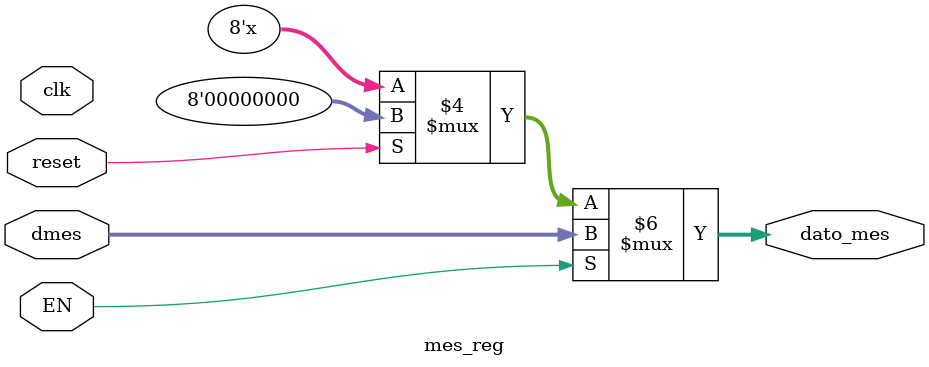
<source format=v>
`timescale 1ns / 1ps
module mes_reg(
input wire clk,reset,
input wire [7:0] dmes,
input wire EN,
output reg [7:0]dato_mes
    );
initial begin 

dato_mes=8'b0;

end

always@* begin     //posiblemente tengamos que cambiar a @*
if (reset)
dato_mes<=0;
if(EN==1)
dato_mes<=dmes;
end
endmodule


 
</source>
